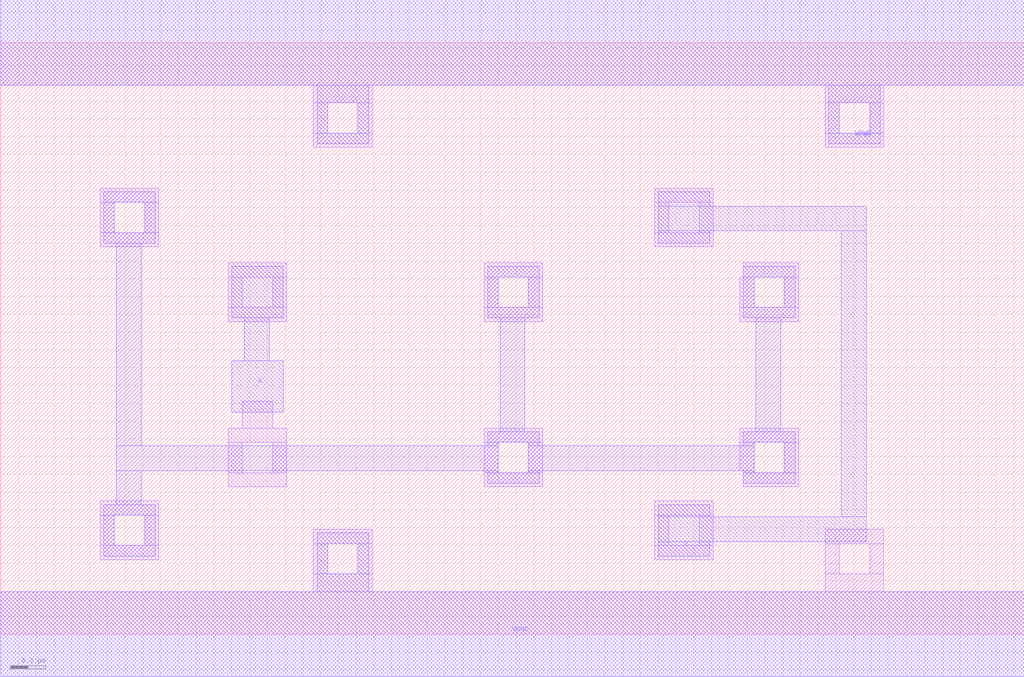
<source format=lef>
VERSION 5.7 ;
  NOWIREEXTENSIONATPIN ON ;
  DIVIDERCHAR "/" ;
  BUSBITCHARS "[]" ;
MACRO BUFX4
  CLASS CORE ;
  FOREIGN BUFX4 ;
  ORIGIN 0.000 0.000 ;
  SIZE 5.760 BY 3.330 ;
  SYMMETRY X Y R90 ;
  SITE unit ;
  PIN VPWR
    DIRECTION INOUT ;
    USE POWER ;
    SHAPE ABUTMENT ;
    PORT
      LAYER met1 ;
        RECT 0.000 3.090 5.760 3.570 ;
        RECT 1.780 2.990 2.070 3.090 ;
        RECT 1.780 2.820 1.840 2.990 ;
        RECT 2.010 2.820 2.070 2.990 ;
        RECT 1.780 2.760 2.070 2.820 ;
        RECT 4.660 2.990 4.950 3.090 ;
        RECT 4.660 2.820 4.720 2.990 ;
        RECT 4.890 2.820 4.950 2.990 ;
        RECT 4.660 2.760 4.950 2.820 ;
    END
    PORT
      LAYER li1 ;
        RECT 0.000 3.090 5.760 3.570 ;
        RECT 1.760 2.990 2.090 3.090 ;
        RECT 1.760 2.820 1.840 2.990 ;
        RECT 2.010 2.820 2.090 2.990 ;
        RECT 1.760 2.740 2.090 2.820 ;
        RECT 4.640 2.990 4.970 3.090 ;
        RECT 4.640 2.820 4.720 2.990 ;
        RECT 4.890 2.820 4.970 2.990 ;
        RECT 4.640 2.740 4.970 2.820 ;
    END
  END VPWR
  PIN VGND
    DIRECTION INOUT ;
    USE GROUND ;
    SHAPE ABUTMENT ;
    PORT
      LAYER met1 ;
        RECT 1.780 0.510 2.070 0.570 ;
        RECT 1.780 0.340 1.840 0.510 ;
        RECT 2.010 0.340 2.070 0.510 ;
        RECT 1.780 0.240 2.070 0.340 ;
        RECT 0.000 -0.240 5.760 0.240 ;
    END
    PORT
      LAYER li1 ;
        RECT 1.760 0.510 2.090 0.590 ;
        RECT 1.760 0.340 1.840 0.510 ;
        RECT 2.010 0.340 2.090 0.510 ;
        RECT 1.760 0.240 2.090 0.340 ;
        RECT 4.640 0.510 4.970 0.590 ;
        RECT 4.640 0.340 4.720 0.510 ;
        RECT 4.890 0.340 4.970 0.510 ;
        RECT 4.640 0.240 4.970 0.340 ;
        RECT 0.000 -0.240 5.760 0.240 ;
    END
  END VGND
  PIN Y
    DIRECTION INOUT ;
    USE SIGNAL ;
    SHAPE ABUTMENT ;
    PORT
      LAYER met1 ;
        RECT 3.700 2.410 3.990 2.490 ;
        RECT 3.700 2.270 4.870 2.410 ;
        RECT 3.700 2.200 3.990 2.270 ;
        RECT 3.700 0.660 3.990 0.730 ;
        RECT 4.730 0.660 4.870 2.270 ;
        RECT 3.700 0.520 4.870 0.660 ;
        RECT 3.700 0.440 3.990 0.520 ;
    END
  END Y
  PIN A
    DIRECTION INOUT ;
    USE SIGNAL ;
    SHAPE ABUTMENT ;
    PORT
      LAYER met1 ;
        RECT 1.300 1.780 1.590 2.070 ;
        RECT 1.370 1.540 1.510 1.780 ;
        RECT 1.300 1.250 1.590 1.540 ;
    END
  END A
  OBS
      LAYER li1 ;
        RECT 0.560 2.430 0.890 2.510 ;
        RECT 0.560 2.260 0.640 2.430 ;
        RECT 0.810 2.260 0.890 2.430 ;
        RECT 0.560 2.180 0.890 2.260 ;
        RECT 3.680 2.430 4.010 2.510 ;
        RECT 3.680 2.260 3.760 2.430 ;
        RECT 3.930 2.260 4.010 2.430 ;
        RECT 3.680 2.180 4.010 2.260 ;
        RECT 1.280 2.010 1.610 2.090 ;
        RECT 1.280 1.840 1.360 2.010 ;
        RECT 1.530 1.840 1.610 2.010 ;
        RECT 1.280 1.760 1.610 1.840 ;
        RECT 2.720 2.010 3.050 2.090 ;
        RECT 4.180 2.010 4.490 2.090 ;
        RECT 2.720 1.840 2.800 2.010 ;
        RECT 2.970 1.840 3.050 2.010 ;
        RECT 2.720 1.760 3.050 1.840 ;
        RECT 4.160 1.840 4.240 2.010 ;
        RECT 4.410 1.840 4.490 2.010 ;
        RECT 4.160 1.760 4.490 1.840 ;
        RECT 1.360 1.160 1.530 1.310 ;
        RECT 1.280 1.080 1.610 1.160 ;
        RECT 1.280 0.910 1.360 1.080 ;
        RECT 1.530 0.910 1.610 1.080 ;
        RECT 1.280 0.830 1.610 0.910 ;
        RECT 2.720 1.080 3.050 1.160 ;
        RECT 2.720 0.910 2.800 1.080 ;
        RECT 2.970 0.910 3.050 1.080 ;
        RECT 4.160 1.080 4.490 1.160 ;
        RECT 4.160 0.920 4.240 1.080 ;
        RECT 2.720 0.830 3.050 0.910 ;
        RECT 4.180 0.910 4.240 0.920 ;
        RECT 4.410 0.910 4.490 1.080 ;
        RECT 4.180 0.830 4.490 0.910 ;
        RECT 0.560 0.670 0.890 0.750 ;
        RECT 0.560 0.500 0.640 0.670 ;
        RECT 0.810 0.500 0.890 0.670 ;
        RECT 0.560 0.420 0.890 0.500 ;
        RECT 3.680 0.670 4.010 0.750 ;
        RECT 3.680 0.500 3.760 0.670 ;
        RECT 3.930 0.500 4.010 0.670 ;
        RECT 3.680 0.420 4.010 0.500 ;
      LAYER met1 ;
        RECT 0.580 2.430 0.870 2.490 ;
        RECT 0.580 2.260 0.640 2.430 ;
        RECT 0.810 2.260 0.870 2.430 ;
        RECT 0.580 2.200 0.870 2.260 ;
        RECT 0.650 1.060 0.790 2.200 ;
        RECT 2.740 2.010 3.030 2.070 ;
        RECT 2.740 1.840 2.800 2.010 ;
        RECT 2.970 1.840 3.030 2.010 ;
        RECT 2.740 1.780 3.030 1.840 ;
        RECT 4.180 2.010 4.470 2.070 ;
        RECT 4.180 1.840 4.240 2.010 ;
        RECT 4.410 1.840 4.470 2.010 ;
        RECT 4.180 1.780 4.470 1.840 ;
        RECT 2.810 1.140 2.950 1.780 ;
        RECT 4.250 1.140 4.390 1.780 ;
        RECT 2.740 1.080 3.030 1.140 ;
        RECT 2.740 1.060 2.800 1.080 ;
        RECT 0.650 0.920 2.800 1.060 ;
        RECT 0.650 0.730 0.790 0.920 ;
        RECT 2.740 0.910 2.800 0.920 ;
        RECT 2.970 1.060 3.030 1.080 ;
        RECT 4.180 1.080 4.470 1.140 ;
        RECT 4.180 1.060 4.240 1.080 ;
        RECT 2.970 0.920 4.240 1.060 ;
        RECT 2.970 0.910 3.030 0.920 ;
        RECT 2.740 0.850 3.030 0.910 ;
        RECT 4.180 0.910 4.240 0.920 ;
        RECT 4.410 0.910 4.470 1.080 ;
        RECT 4.180 0.850 4.470 0.910 ;
        RECT 0.580 0.670 0.870 0.730 ;
        RECT 0.580 0.500 0.640 0.670 ;
        RECT 0.810 0.500 0.870 0.670 ;
        RECT 0.580 0.440 0.870 0.500 ;
  END
END BUFX4
END LIBRARY


</source>
